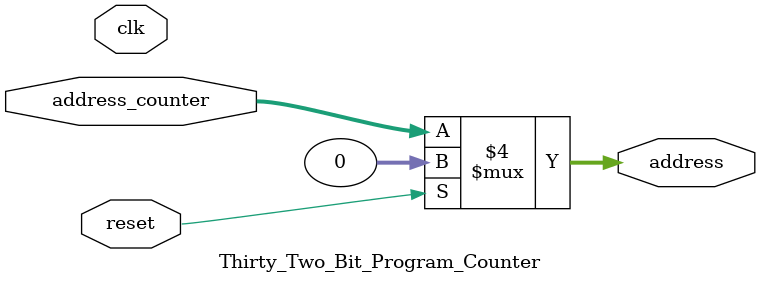
<source format=v>
`timescale 1ns / 1ps
module Thirty_Two_Bit_Program_Counter(
    input [31:0] address_counter,
    output reg [31:0] address,
	 input reset,
    input clk
    );

     initial begin
	      address = 0 ;
	  end
     
     always @(*)begin  //you can change it to be on the clock
			if(reset)begin
				address <= 0;
			end
			else begin
			   address <= address_counter;
			end //else
  
	  end //always


endmodule

</source>
